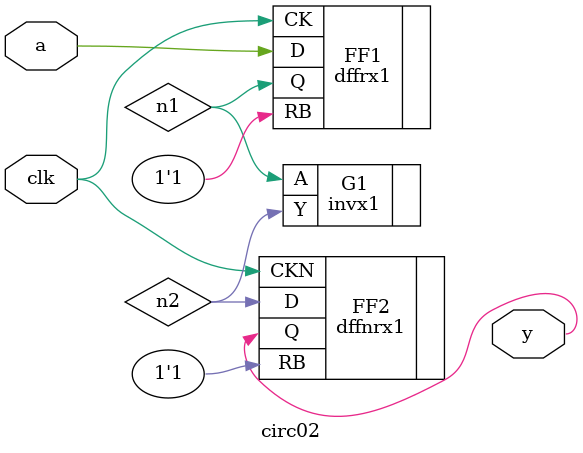
<source format=v>
/*
* Copyright 2019 Tomas Brabec
* 
* Licensed under the Apache License, Version 2.0 (the "License");
* you may not use this file except in compliance with the License.
* You may obtain a copy of the License at
* 
*     http://www.apache.org/licenses/LICENSE-2.0
*     
* Unless required by applicable law or agreed to in writing, software
* distributed under the License is distributed on an "AS IS" BASIS,
* WITHOUT WARRANTIES OR CONDITIONS OF ANY KIND, either express or implied.
* See the License for the specific language governing permissions and
* limitations under the License.
*/

module circ02(clk,a,y);
input clk;
input a;
output y;
wire n1,n2;
dffrx1 FF1(.CK(clk),.D(a),.RB(1'b1),.Q(n1));
invx1 G1(.A(n1),.Y(n2));
dffnrx1 FF2(.CKN(clk),.D(n2),.RB(1'b1),.Q(y));
endmodule

</source>
